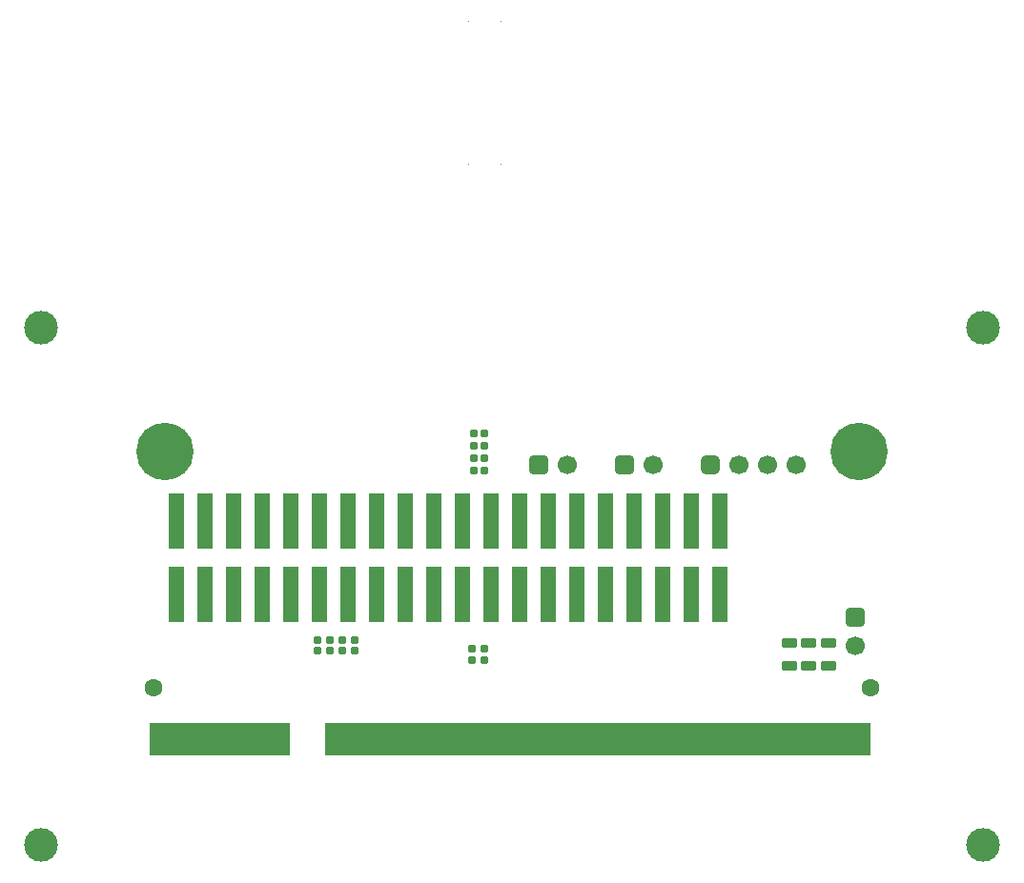
<source format=gts>
G04*
G04 #@! TF.GenerationSoftware,Altium Limited,Altium Designer,19.0.12 (326)*
G04*
G04 Layer_Color=8388736*
%FSLAX44Y44*%
%MOMM*%
G71*
G01*
G75*
G04:AMPARAMS|DCode=20|XSize=0.7mm|YSize=0.7mm|CornerRadius=0.11mm|HoleSize=0mm|Usage=FLASHONLY|Rotation=0.000|XOffset=0mm|YOffset=0mm|HoleType=Round|Shape=RoundedRectangle|*
%AMROUNDEDRECTD20*
21,1,0.7000,0.4800,0,0,0.0*
21,1,0.4800,0.7000,0,0,0.0*
1,1,0.2200,0.2400,-0.2400*
1,1,0.2200,-0.2400,-0.2400*
1,1,0.2200,-0.2400,0.2400*
1,1,0.2200,0.2400,0.2400*
%
%ADD20ROUNDEDRECTD20*%
%ADD21R,1.3700X4.9000*%
%ADD22C,3.0000*%
G04:AMPARAMS|DCode=23|XSize=1.4mm|YSize=0.9mm|CornerRadius=0.15mm|HoleSize=0mm|Usage=FLASHONLY|Rotation=180.000|XOffset=0mm|YOffset=0mm|HoleType=Round|Shape=RoundedRectangle|*
%AMROUNDEDRECTD23*
21,1,1.4000,0.6000,0,0,180.0*
21,1,1.1000,0.9000,0,0,180.0*
1,1,0.3000,-0.5500,0.3000*
1,1,0.3000,0.5500,0.3000*
1,1,0.3000,0.5500,-0.3000*
1,1,0.3000,-0.5500,-0.3000*
%
%ADD23ROUNDEDRECTD23*%
%ADD24R,1.0500X2.9000*%
G04:AMPARAMS|DCode=25|XSize=0.7mm|YSize=0.7mm|CornerRadius=0.11mm|HoleSize=0mm|Usage=FLASHONLY|Rotation=90.000|XOffset=0mm|YOffset=0mm|HoleType=Round|Shape=RoundedRectangle|*
%AMROUNDEDRECTD25*
21,1,0.7000,0.4800,0,0,90.0*
21,1,0.4800,0.7000,0,0,90.0*
1,1,0.2200,0.2400,0.2400*
1,1,0.2200,0.2400,-0.2400*
1,1,0.2200,-0.2400,-0.2400*
1,1,0.2200,-0.2400,0.2400*
%
%ADD25ROUNDEDRECTD25*%
%ADD26C,5.1000*%
%ADD27C,1.7000*%
G04:AMPARAMS|DCode=28|XSize=1.624mm|YSize=1.624mm|CornerRadius=0.2405mm|HoleSize=0mm|Usage=FLASHONLY|Rotation=90.000|XOffset=0mm|YOffset=0mm|HoleType=Round|Shape=RoundedRectangle|*
%AMROUNDEDRECTD28*
21,1,1.6240,1.1430,0,0,90.0*
21,1,1.1430,1.6240,0,0,90.0*
1,1,0.4810,0.5715,0.5715*
1,1,0.4810,0.5715,-0.5715*
1,1,0.4810,-0.5715,-0.5715*
1,1,0.4810,-0.5715,0.5715*
%
%ADD28ROUNDEDRECTD28*%
G04:AMPARAMS|DCode=29|XSize=1.7mm|YSize=1.7mm|CornerRadius=0.45mm|HoleSize=0mm|Usage=FLASHONLY|Rotation=0.000|XOffset=0mm|YOffset=0mm|HoleType=Round|Shape=RoundedRectangle|*
%AMROUNDEDRECTD29*
21,1,1.7000,0.8000,0,0,0.0*
21,1,0.8000,1.7000,0,0,0.0*
1,1,0.9000,0.4000,-0.4000*
1,1,0.9000,-0.4000,-0.4000*
1,1,0.9000,-0.4000,0.4000*
1,1,0.9000,0.4000,0.4000*
%
%ADD29ROUNDEDRECTD29*%
%ADD30C,1.6000*%
G04:AMPARAMS|DCode=31|XSize=1.624mm|YSize=1.624mm|CornerRadius=0.2405mm|HoleSize=0mm|Usage=FLASHONLY|Rotation=0.000|XOffset=0mm|YOffset=0mm|HoleType=Round|Shape=RoundedRectangle|*
%AMROUNDEDRECTD31*
21,1,1.6240,1.1430,0,0,0.0*
21,1,1.1430,1.6240,0,0,0.0*
1,1,0.4810,0.5715,-0.5715*
1,1,0.4810,-0.5715,-0.5715*
1,1,0.4810,-0.5715,0.5715*
1,1,0.4810,0.5715,0.5715*
%
%ADD31ROUNDEDRECTD31*%
G36*
X299350Y496750D02*
X300100Y496000D01*
X299350Y496000D01*
X299350Y496750D01*
D02*
G37*
G36*
X328750Y496750D02*
X328000Y496000D01*
X328750Y496000D01*
X328750Y496750D01*
D02*
G37*
G36*
X299350Y524750D02*
X300100Y525500D01*
X299350Y525500D01*
X299350Y524750D01*
D02*
G37*
G36*
X328750Y524750D02*
X328000Y525500D01*
X328750Y525500D01*
X328750Y524750D01*
D02*
G37*
G36*
X299300Y623500D02*
X300050Y622750D01*
X299300Y622750D01*
X299300Y623500D01*
D02*
G37*
G36*
X328700Y623500D02*
X327950Y622750D01*
X328700Y622750D01*
X328700Y623500D01*
D02*
G37*
G36*
X299300Y651500D02*
X300050Y652250D01*
X299300Y652250D01*
X299300Y651500D01*
D02*
G37*
G36*
X328700Y651500D02*
X327950Y652250D01*
X328700Y652250D01*
X328700Y651500D01*
D02*
G37*
D20*
X165500Y102500D02*
D03*
Y92500D02*
D03*
X176500Y102500D02*
D03*
Y92500D02*
D03*
X198500Y102500D02*
D03*
Y92500D02*
D03*
X187500Y102500D02*
D03*
Y92500D02*
D03*
X302750Y94250D02*
D03*
Y84250D02*
D03*
X313750Y94250D02*
D03*
Y84250D02*
D03*
D21*
X345000Y143000D02*
D03*
Y208000D02*
D03*
X370428Y143000D02*
D03*
Y208000D02*
D03*
X395857Y143000D02*
D03*
Y208000D02*
D03*
X421286Y143000D02*
D03*
Y208000D02*
D03*
X446714Y143000D02*
D03*
Y208000D02*
D03*
X472143Y143000D02*
D03*
Y208000D02*
D03*
X497571Y143000D02*
D03*
Y208000D02*
D03*
X523000Y143000D02*
D03*
Y208000D02*
D03*
X319571D02*
D03*
Y143000D02*
D03*
X294143Y208000D02*
D03*
Y143000D02*
D03*
X268714Y208000D02*
D03*
Y143000D02*
D03*
X192428D02*
D03*
Y208000D02*
D03*
X217857Y143000D02*
D03*
Y208000D02*
D03*
X243286Y143000D02*
D03*
Y208000D02*
D03*
X116143Y143000D02*
D03*
Y208000D02*
D03*
X141571Y143000D02*
D03*
Y208000D02*
D03*
X167000Y143000D02*
D03*
Y208000D02*
D03*
X39857Y143000D02*
D03*
Y208000D02*
D03*
X65286Y143000D02*
D03*
Y208000D02*
D03*
X90714Y143000D02*
D03*
Y208000D02*
D03*
D22*
X-80000Y380000D02*
D03*
X756000Y380000D02*
D03*
Y-80000D02*
D03*
X-80000Y-80000D02*
D03*
D23*
X618750Y79250D02*
D03*
Y99250D02*
D03*
X584000Y79250D02*
D03*
Y99250D02*
D03*
X601500Y79250D02*
D03*
Y99250D02*
D03*
D24*
X21500Y14000D02*
D03*
X27500D02*
D03*
X33500D02*
D03*
X39500D02*
D03*
X45500D02*
D03*
X51500D02*
D03*
X57500D02*
D03*
X63500D02*
D03*
X69500D02*
D03*
X75500D02*
D03*
X81500D02*
D03*
X87500D02*
D03*
X93500D02*
D03*
X99500D02*
D03*
X105500D02*
D03*
X111500D02*
D03*
X117500D02*
D03*
X123500D02*
D03*
X129500D02*
D03*
X135500D02*
D03*
X177500D02*
D03*
X183500D02*
D03*
X189500D02*
D03*
X195500D02*
D03*
X201500D02*
D03*
X207500D02*
D03*
X213500D02*
D03*
X219500D02*
D03*
X225500D02*
D03*
X231500D02*
D03*
X237500D02*
D03*
X243500D02*
D03*
X249500D02*
D03*
X255500D02*
D03*
X261500D02*
D03*
X267500D02*
D03*
X273500D02*
D03*
X279500D02*
D03*
X285500D02*
D03*
X291500D02*
D03*
X297500D02*
D03*
X303500D02*
D03*
X309500D02*
D03*
X315500D02*
D03*
X321500D02*
D03*
X327500D02*
D03*
X333500D02*
D03*
X339500D02*
D03*
X345500D02*
D03*
X351500D02*
D03*
X357500D02*
D03*
X363500D02*
D03*
X369500D02*
D03*
X375500D02*
D03*
X381500D02*
D03*
X387500D02*
D03*
X393500D02*
D03*
X399500D02*
D03*
X405500D02*
D03*
X411500D02*
D03*
X417500D02*
D03*
X423500D02*
D03*
X429500D02*
D03*
X435500D02*
D03*
X441500D02*
D03*
X447500D02*
D03*
X453500D02*
D03*
X459500D02*
D03*
X465500D02*
D03*
X471500D02*
D03*
X477500D02*
D03*
X483500D02*
D03*
X489500D02*
D03*
X495500D02*
D03*
X501500D02*
D03*
X507500D02*
D03*
X513500D02*
D03*
X519500D02*
D03*
X525500D02*
D03*
X531500D02*
D03*
X537500D02*
D03*
X543500D02*
D03*
X549500D02*
D03*
X555500D02*
D03*
X561500D02*
D03*
X567500D02*
D03*
X573500D02*
D03*
X579500D02*
D03*
X585500D02*
D03*
X591500D02*
D03*
X597500D02*
D03*
X603500D02*
D03*
X609500D02*
D03*
X615500D02*
D03*
X621500D02*
D03*
X627500D02*
D03*
X633500D02*
D03*
X639500D02*
D03*
X645500D02*
D03*
X651500D02*
D03*
D25*
X313750Y252750D02*
D03*
X303750D02*
D03*
X313750Y274750D02*
D03*
X303750D02*
D03*
X313750Y263750D02*
D03*
X303750D02*
D03*
X313750Y285750D02*
D03*
X303750D02*
D03*
D26*
X30000Y270000D02*
D03*
X646000D02*
D03*
D27*
X463536Y258000D02*
D03*
X387279D02*
D03*
X590678D02*
D03*
X539821D02*
D03*
X565250D02*
D03*
X642500Y96800D02*
D03*
D28*
X438136Y258000D02*
D03*
X361879D02*
D03*
D29*
X514393D02*
D03*
D30*
X656000Y60000D02*
D03*
X20000D02*
D03*
D31*
X642500Y122200D02*
D03*
M02*

</source>
